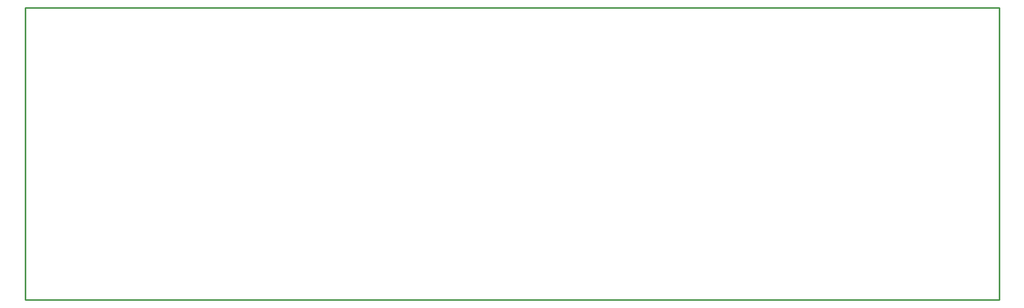
<source format=gko>
G04 Layer: BoardOutline*
G04 EasyEDA v6.4.7, 2020-10-28T14:34:13+00:00*
G04 34375fc6649c45b8b31e222808ae9df9,aef87372a4e84f75ab74ab0294ea0b66,10*
G04 Gerber Generator version 0.2*
G04 Scale: 100 percent, Rotated: No, Reflected: No *
G04 Dimensions in millimeters *
G04 leading zeros omitted , absolute positions ,3 integer and 3 decimal *
%FSLAX33Y33*%
%MOMM*%
G90*
D02*

%ADD10C,0.254000*%
G54D10*
G01X0Y0D02*
G01X160000Y0D01*
G01X0Y47999D02*
G01X160000Y47999D01*
G01X160000Y0D02*
G01X160000Y47999D01*
G01X0Y0D02*
G01X0Y48000D01*

%LPD*%
M00*
M02*

</source>
